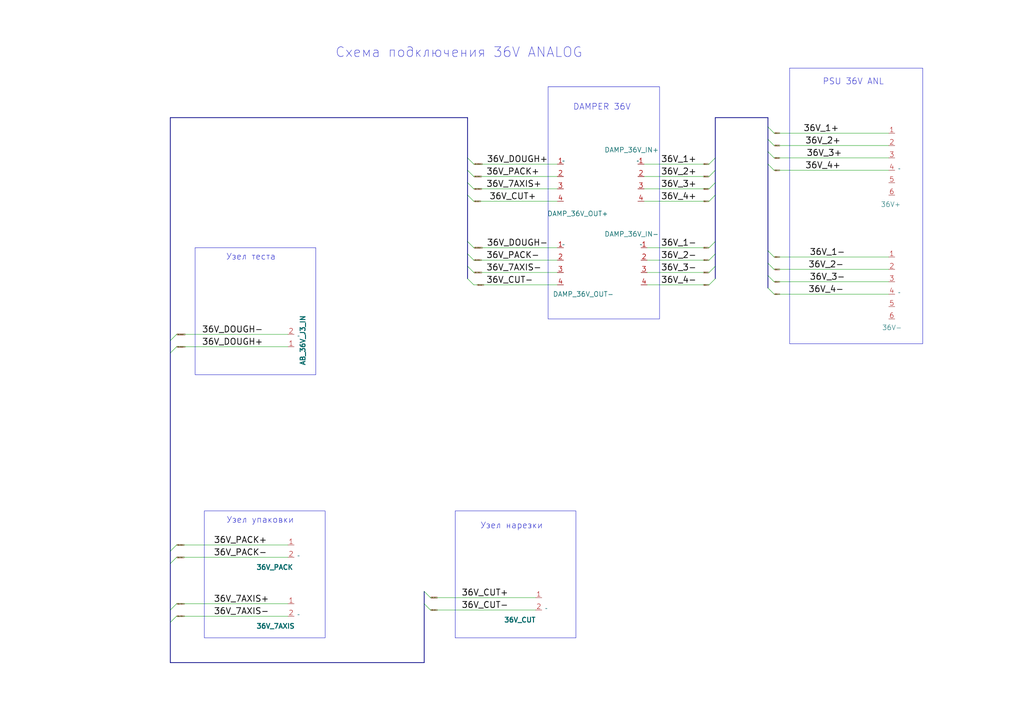
<source format=kicad_sch>
(kicad_sch (version 20231120) (generator "eeschema") (generator_version "8.0")
  (paper "A3")
  (lib_symbols
    (symbol "Connector:Conn_01x02_(wide)"
      (property "Reference" "J" (at 0 0 0))
      (symbol "Conn_01x02_(wide)_1_1"
        (pin input line (at -2.54 -5.08 0) (length 2.54) (name "") (number "1"))
        (pin input line (at -2.54 -10.16 0) (length 2.54) (name "") (number "2"))
      )
    )
    (symbol "Connector:Conn_01x04_(wide)"
      (property "Reference" "J" (at 0 0 0))
      (symbol "Conn_01x04_(wide)_1_1"
        (pin input line (at -2.54 -5.08 0) (length 2.54) (name "") (number "1"))
        (pin input line (at -2.54 -10.16 0) (length 2.54) (name "") (number "2"))
        (pin input line (at -2.54 -15.24 0) (length 2.54) (name "") (number "3"))
        (pin input line (at -2.54 -20.32 0) (length 2.54) (name "") (number "4"))
      )
    )
    (symbol "Connector:Conn_01x06_(wide)"
      (property "Reference" "J" (at 0 0 0))
      (symbol "Conn_01x06_(wide)_1_1"
        (pin input line (at -2.54 -5.08 0) (length 2.54) (name "") (number "1"))
        (pin input line (at -2.54 -10.16 0) (length 2.54) (name "") (number "2"))
        (pin input line (at -2.54 -15.24 0) (length 2.54) (name "") (number "3"))
        (pin input line (at -2.54 -20.32 0) (length 2.54) (name "") (number "4"))
        (pin input line (at -2.54 -25.4 0) (length 2.54) (name "") (number "5"))
        (pin input line (at -2.54 -30.48 0) (length 2.54) (name "") (number "6"))
      )
    )
  )
  (bus_entry (at 314.96 67.31) (size 2.54 2.54))
  (bus_entry (at 293.37 114.3) (size -2.54 2.54))
  (bus_entry (at 293.37 69.85) (size -2.54 2.54))
  (bus_entry (at 69.85 139.7) (size 2.54 -2.54))
  (bus_entry (at 314.96 57.15) (size 2.54 2.54))
  (bus_entry (at 293.37 64.77) (size -2.54 2.54))
  (bus_entry (at 173.99 242.57) (size 2.54 2.54))
  (bus_entry (at 293.37 99.06) (size -2.54 2.54))
  (bus_entry (at 293.37 74.93) (size -2.54 2.54))
  (bus_entry (at 314.96 102.87) (size 2.54 2.54))
  (bus_entry (at 173.99 247.65) (size 2.54 2.54))
  (bus_entry (at 69.85 250.19) (size 2.54 -2.54))
  (bus_entry (at 191.77 114.3) (size 2.54 2.54))
  (bus_entry (at 191.77 74.93) (size 2.54 2.54))
  (bus_entry (at 191.77 99.06) (size 2.54 2.54))
  (bus_entry (at 191.77 69.85) (size 2.54 2.54))
  (bus_entry (at 314.96 118.11) (size 2.54 2.54))
  (bus_entry (at 293.37 109.22) (size -2.54 2.54))
  (bus_entry (at 191.77 104.14) (size 2.54 2.54))
  (bus_entry (at 191.77 64.77) (size 2.54 2.54))
  (bus_entry (at 191.77 80.01) (size 2.54 2.54))
  (bus_entry (at 69.85 144.78) (size 2.54 -2.54))
  (bus_entry (at 69.85 231.14) (size 2.54 -2.54))
  (bus_entry (at 314.96 62.23) (size 2.54 2.54))
  (bus_entry (at 293.37 80.01) (size -2.54 2.54))
  (bus_entry (at 69.85 226.06) (size 2.54 -2.54))
  (bus_entry (at 69.85 255.27) (size 2.54 -2.54))
  (bus_entry (at 293.37 104.14) (size -2.54 2.54))
  (bus_entry (at 191.77 109.22) (size 2.54 2.54))
  (bus_entry (at 314.96 52.07) (size 2.54 2.54))
  (bus_entry (at 314.96 107.95) (size 2.54 2.54))
  (bus_entry (at 314.96 113.03) (size 2.54 2.54))
  (wire (pts (xy 317.5 115.57) (xy 364.49 115.57)))
  (bus (pts (xy 69.85 144.78) (xy 69.85 139.7)))
  (bus (pts (xy 314.96 62.23) (xy 314.96 67.31)))
  (bus (pts (xy 191.77 64.77) (xy 191.77 69.85)))
  (bus (pts (xy 69.85 271.78) (xy 69.85 255.27)))
  (bus (pts (xy 293.37 48.26) (xy 314.96 48.26)))
  (bus (pts (xy 69.85 250.19) (xy 69.85 255.27)))
  (wire (pts (xy 264.16 67.31) (xy 290.83 67.31)))
  (bus (pts (xy 173.99 247.65) (xy 173.99 271.78)))
  (bus (pts (xy 293.37 99.06) (xy 293.37 104.14)))
  (bus (pts (xy 191.77 104.14) (xy 191.77 109.22)))
  (bus (pts (xy 314.96 52.07) (xy 314.96 57.15)))
  (wire (pts (xy 317.5 120.65) (xy 364.49 120.65)))
  (bus (pts (xy 293.37 64.77) (xy 293.37 69.85)))
  (bus (pts (xy 191.77 109.22) (xy 191.77 114.3)))
  (wire (pts (xy 265.43 116.84) (xy 290.83 116.84)))
  (wire (pts (xy 194.31 116.84) (xy 228.6 116.84)))
  (wire (pts (xy 176.53 250.19) (xy 219.71 250.19)))
  (wire (pts (xy 194.31 77.47) (xy 228.6 77.47)))
  (bus (pts (xy 293.37 69.85) (xy 293.37 74.93)))
  (wire (pts (xy 72.39 223.52) (xy 118.11 223.52)))
  (bus (pts (xy 293.37 74.93) (xy 293.37 80.01)))
  (bus (pts (xy 314.96 48.26) (xy 314.96 52.07)))
  (bus (pts (xy 191.77 69.85) (xy 191.77 74.93)))
  (bus (pts (xy 293.37 80.01) (xy 293.37 99.06)))
  (bus (pts (xy 173.99 242.57) (xy 173.99 247.65)))
  (bus (pts (xy 69.85 226.06) (xy 69.85 231.14)))
  (wire (pts (xy 72.39 142.24) (xy 118.11 142.24)))
  (wire (pts (xy 265.43 111.76) (xy 290.83 111.76)))
  (wire (pts (xy 265.43 106.68) (xy 290.83 106.68)))
  (bus (pts (xy 69.85 48.26) (xy 191.77 48.26)))
  (wire (pts (xy 194.31 82.55) (xy 228.6 82.55)))
  (wire (pts (xy 194.31 101.6) (xy 228.6 101.6)))
  (bus (pts (xy 293.37 104.14) (xy 293.37 109.22)))
  (wire (pts (xy 317.5 110.49) (xy 364.49 110.49)))
  (bus (pts (xy 314.96 113.03) (xy 314.96 118.11)))
  (wire (pts (xy 317.5 64.77) (xy 364.49 64.77)))
  (bus (pts (xy 191.77 48.26) (xy 191.77 64.77)))
  (wire (pts (xy 264.16 82.55) (xy 290.83 82.55)))
  (wire (pts (xy 176.53 245.11) (xy 219.71 245.11)))
  (bus (pts (xy 191.77 99.06) (xy 191.77 104.14)))
  (wire (pts (xy 317.5 54.61) (xy 364.49 54.61)))
  (bus (pts (xy 69.85 226.06) (xy 69.85 144.78)))
  (wire (pts (xy 264.16 77.47) (xy 290.83 77.47)))
  (wire (pts (xy 317.5 59.69) (xy 364.49 59.69)))
  (bus (pts (xy 314.96 57.15) (xy 314.96 62.23)))
  (wire (pts (xy 194.31 106.68) (xy 228.6 106.68)))
  (bus (pts (xy 191.77 80.01) (xy 191.77 99.06)))
  (bus (pts (xy 69.85 250.19) (xy 69.85 231.14)))
  (bus (pts (xy 293.37 109.22) (xy 293.37 114.3)))
  (bus (pts (xy 69.85 139.7) (xy 69.85 48.26)))
  (bus (pts (xy 314.96 102.87) (xy 314.96 107.95)))
  (bus (pts (xy 191.77 74.93) (xy 191.77 80.01)))
  (wire (pts (xy 317.5 69.85) (xy 364.49 69.85)))
  (bus (pts (xy 314.96 107.95) (xy 314.96 113.03)))
  (wire (pts (xy 72.39 228.6) (xy 118.11 228.6)))
  (wire (pts (xy 265.43 101.6) (xy 290.83 101.6)))
  (wire (pts (xy 194.31 72.39) (xy 228.6 72.39)))
  (wire (pts (xy 194.31 67.31) (xy 228.6 67.31)))
  (wire (pts (xy 72.39 137.16) (xy 118.11 137.16)))
  (bus (pts (xy 314.96 67.31) (xy 314.96 102.87)))
  (bus (pts (xy 293.37 64.77) (xy 293.37 48.26)))
  (wire (pts (xy 72.39 252.73) (xy 118.11 252.73)))
  (bus (pts (xy 173.99 271.78) (xy 69.85 271.78)))
  (wire (pts (xy 194.31 111.76) (xy 228.6 111.76)))
  (wire (pts (xy 72.39 247.65) (xy 118.11 247.65)))
  (wire (pts (xy 264.16 72.39) (xy 290.83 72.39)))
  (wire (pts (xy 317.5 105.41) (xy 364.49 105.41)))
  (rectangle (start 83.82 209.55) (end 133.35 261.62))
  (rectangle (start 224.79 35.56) (end 270.51 130.81))
  (rectangle (start 186.69 209.55) (end 236.22 261.62))
  (rectangle (start 80.01 101.6) (end 129.54 153.67))
  (rectangle (start 323.85 27.94) (end 378.46 140.97))
  (text "PSU 36V ANL" (at 350.012 33.528 0) (effects (font (size 2.5 2.5))))
  (text "Схема подключения 36V ANALOG" (at 188.214 21.59 0) (effects (font (size 4 4))))
  (text "Узел упаковки" (at 106.68 213.36 0) (effects (font (size 2.5 2.5))))
  (text "Узел нарезки" (at 209.804 215.646 0) (effects (font (size 2.5 2.5))))
  (text "DAMPER 36V" (at 246.888 43.942 0) (effects (font (size 2.5 2.5))))
  (text "Узел теста" (at 102.87 105.41 0) (effects (font (size 2.5 2.5))))
  (label "36V_DOUGH-" (at 107.95 137.16 180) (effects (font (size 2.5 2.5) (thickness 0.3125))))
  (label "36V_CUT+" (at 200.66 82.55 0) (effects (font (size 2.5 2.5) (thickness 0.3125))))
  (label "36V_3+" (at 285.75 77.47 180) (effects (font (size 2.5 2.5) (thickness 0.3125))))
  (label "36V_DOUGH+" (at 107.95 142.24 180) (effects (font (size 2.5 2.5) (thickness 0.3125))))
  (label "36V_3+" (at 345.44 64.77 180) (effects (font (size 2.5 2.5) (thickness 0.3125))))
  (label "36V_1-" (at 285.75 101.6 180) (effects (font (size 2.5 2.5) (thickness 0.3125))))
  (label "36V_DOUGH+" (at 224.79 67.31 180) (effects (font (size 2.5 2.5) (thickness 0.3125))))
  (label "36V_3-" (at 346.71 115.57 180) (effects (font (size 2.5 2.5) (thickness 0.3125))))
  (label "36V_CUT-" (at 189.23 250.19 0) (effects (font (size 2.5 2.5) (thickness 0.3125))))
  (label "36V_1-" (at 346.71 105.41 180) (effects (font (size 2.5 2.5) (thickness 0.3125))))
  (label "36V_PACK-" (at 87.63 228.6 0) (effects (font (size 2.5 2.5) (thickness 0.3125))))
  (label "36V_1+" (at 344.17 54.61 180) (effects (font (size 2.5 2.5) (thickness 0.3125))))
  (label "36V_7AXIS-" (at 87.63 252.73 0) (effects (font (size 2.5 2.5) (thickness 0.3125))))
  (label "36V_3-" (at 285.75 111.76 180) (effects (font (size 2.5 2.5) (thickness 0.3125))))
  (label "36V_4-" (at 285.75 116.84 180) (effects (font (size 2.5 2.5) (thickness 0.3125))))
  (label "36V_2-" (at 331.47 110.49 0) (effects (font (size 2.5 2.5) (thickness 0.3125))))
  (label "36V_PACK+" (at 199.39 72.39 0) (effects (font (size 2.5 2.5) (thickness 0.3125))))
  (label "36V_4+" (at 330.2 69.85 0) (effects (font (size 2.5 2.5) (thickness 0.3125))))
  (label "36V_1+" (at 285.75 67.31 180) (effects (font (size 2.5 2.5) (thickness 0.3125))))
  (label "36V_7AXIS+" (at 199.39 77.47 0) (effects (font (size 2.5 2.5) (thickness 0.3125))))
  (label "36V_PACK-" (at 199.39 106.68 0) (effects (font (size 2.5 2.5) (thickness 0.3125))))
  (label "36V_2-" (at 285.75 106.68 180) (effects (font (size 2.5 2.5) (thickness 0.3125))))
  (label "36V_2+" (at 285.75 72.39 180) (effects (font (size 2.5 2.5) (thickness 0.3125))))
  (label "36V_4-" (at 331.47 120.65 0) (effects (font (size 2.5 2.5) (thickness 0.3125))))
  (label "36V_PACK+" (at 87.63 223.52 0) (effects (font (size 2.5 2.5) (thickness 0.3125))))
  (label "36V_7AXIS-" (at 199.39 111.76 0) (effects (font (size 2.5 2.5) (thickness 0.3125))))
  (label "36V_4+" (at 285.75 82.55 180) (effects (font (size 2.5 2.5) (thickness 0.3125))))
  (label "36V_DOUGH-" (at 224.79 101.6 180) (effects (font (size 2.5 2.5) (thickness 0.3125))))
  (label "36V_7AXIS+" (at 87.63 247.65 0) (effects (font (size 2.5 2.5) (thickness 0.3125))))
  (label "36V_CUT-" (at 199.39 116.84 0) (effects (font (size 2.5 2.5) (thickness 0.3125))))
  (label "36V_2+" (at 330.2 59.69 0) (effects (font (size 2.5 2.5) (thickness 0.3125))))
  (label "36V_CUT+" (at 189.23 245.11 0) (effects (font (size 2.5 2.5) (thickness 0.3125))))
  (global_label "36V_PACK-" (shape input) (at 194.31 106.68 0) (effects (font (size 0.3 0.3))) (property "Intersheetrefs" "${INTERSHEET_REFS}" (effects (hide yes))))
  (global_label "36V_4+" (shape input) (at 290.83 82.55 180) (effects (font (size 0.3 0.3))) (property "Intersheetrefs" "${INTERSHEET_REFS}" (effects (hide yes))))
  (global_label "36V_7ASIX-" (shape input) (at 72.39 252.73 0) (effects (font (size 0.3 0.3))) (property "Intersheetrefs" "${INTERSHEET_REFS}" (effects (hide yes))))
  (global_label "36V_CUT+" (shape input) (at 176.53 245.11 0) (effects (font (size 0.3 0.3))) (property "Intersheetrefs" "${INTERSHEET_REFS}" (effects (hide yes))))
  (global_label "36V_4-" (shape input) (at 290.83 116.84 180) (effects (font (size 0.3 0.3))) (property "Intersheetrefs" "${INTERSHEET_REFS}" (effects (hide yes))))
  (global_label "36V_CUT-" (shape input) (at 195.58 116.84 0) (effects (font (size 0.3 0.3))) (property "Intersheetrefs" "${INTERSHEET_REFS}" (effects (hide yes))))
  (global_label "36V_DOUGH+" (shape input) (at 194.31 67.31 0) (effects (font (size 0.3 0.3))) (property "Intersheetrefs" "${INTERSHEET_REFS}" (effects (hide yes))))
  (global_label "36V_7ASIX+" (shape input) (at 72.39 247.65 0) (effects (font (size 0.3 0.3))) (property "Intersheetrefs" "${INTERSHEET_REFS}" (effects (hide yes))))
  (global_label "36V_2+" (shape input) (at 290.83 72.39 180) (effects (font (size 0.3 0.3))) (property "Intersheetrefs" "${INTERSHEET_REFS}" (effects (hide yes))))
  (global_label "36V_PACK+" (shape input) (at 194.31 72.39 0) (effects (font (size 0.3 0.3))) (property "Intersheetrefs" "${INTERSHEET_REFS}" (effects (hide yes))))
  (global_label "36V_1-" (shape input) (at 290.83 101.6 180) (effects (font (size 0.3 0.3))) (property "Intersheetrefs" "${INTERSHEET_REFS}" (effects (hide yes))))
  (global_label "36V_PACK+" (shape input) (at 72.39 223.52 0) (effects (font (size 0.3 0.3))) (property "Intersheetrefs" "${INTERSHEET_REFS}" (effects (hide yes))))
  (global_label "36V_4+" (shape input) (at 317.5 69.85 0) (effects (font (size 0.3 0.3))) (property "Intersheetrefs" "${INTERSHEET_REFS}" (effects (hide yes))))
  (global_label "36V_CUT-" (shape input) (at 176.53 250.19 0) (effects (font (size 0.3 0.3))) (property "Intersheetrefs" "${INTERSHEET_REFS}" (effects (hide yes))))
  (global_label "36V_2-" (shape input) (at 317.5 110.49 0) (effects (font (size 0.3 0.3))) (property "Intersheetrefs" "${INTERSHEET_REFS}" (effects (hide yes))))
  (global_label "36V_DOUGH+" (shape input) (at 72.39 142.24 0) (effects (font (size 0.3 0.3))) (property "Intersheetrefs" "${INTERSHEET_REFS}" (effects (hide yes))))
  (global_label "36V_4-" (shape input) (at 317.5 120.65 0) (effects (font (size 0.3 0.3))) (property "Intersheetrefs" "${INTERSHEET_REFS}" (effects (hide yes))))
  (global_label "36V_3-" (shape input) (at 317.5 115.57 0) (effects (font (size 0.3 0.3))) (property "Intersheetrefs" "${INTERSHEET_REFS}" (effects (hide yes))))
  (global_label "36V_3+" (shape input) (at 290.83 77.47 180) (effects (font (size 0.3 0.3))) (property "Intersheetrefs" "${INTERSHEET_REFS}" (effects (hide yes))))
  (global_label "36V_7ASIX+" (shape input) (at 194.31 77.47 0) (effects (font (size 0.3 0.3))) (property "Intersheetrefs" "${INTERSHEET_REFS}" (effects (hide yes))))
  (global_label "36V_DOUGH-" (shape input) (at 194.31 101.6 0) (effects (font (size 0.3 0.3))) (property "Intersheetrefs" "${INTERSHEET_REFS}" (effects (hide yes))))
  (global_label "36V_3-" (shape input) (at 290.83 111.76 180) (effects (font (size 0.3 0.3))) (property "Intersheetrefs" "${INTERSHEET_REFS}" (effects (hide yes))))
  (global_label "36V_1-" (shape input) (at 317.5 105.41 0) (effects (font (size 0.3 0.3))) (property "Intersheetrefs" "${INTERSHEET_REFS}" (effects (hide yes))))
  (global_label "36V_7ASIX-" (shape input) (at 194.31 111.76 0) (effects (font (size 0.3 0.3))) (property "Intersheetrefs" "${INTERSHEET_REFS}" (effects (hide yes))))
  (global_label "36V_1+" (shape input) (at 317.5 54.61 0) (effects (font (size 0.3 0.3))) (property "Intersheetrefs" "${INTERSHEET_REFS}" (effects (hide yes))))
  (global_label "36V_CUT+" (shape input) (at 194.31 82.55 0) (effects (font (size 0.3 0.3))) (property "Intersheetrefs" "${INTERSHEET_REFS}" (effects (hide yes))))
  (global_label "36V_2-" (shape input) (at 290.83 106.68 180) (effects (font (size 0.3 0.3))) (property "Intersheetrefs" "${INTERSHEET_REFS}" (effects (hide yes))))
  (global_label "36V_PACK-" (shape input) (at 72.39 228.6 0) (effects (font (size 0.3 0.3))) (property "Intersheetrefs" "${INTERSHEET_REFS}" (effects (hide yes))))
  (global_label "36V_1+" (shape input) (at 290.83 67.31 180) (effects (font (size 0.3 0.3))) (property "Intersheetrefs" "${INTERSHEET_REFS}" (effects (hide yes))))
  (global_label "36V_DOUGH-" (shape input) (at 72.39 137.16 0) (effects (font (size 0.3 0.3))) (property "Intersheetrefs" "${INTERSHEET_REFS}" (effects (hide yes))))
  (global_label "36V_3+" (shape input) (at 317.5 64.77 0) (effects (font (size 0.3 0.3))) (property "Intersheetrefs" "${INTERSHEET_REFS}" (effects (hide yes))))
  (global_label "36V_2+" (shape input) (at 317.5 59.69 0) (effects (font (size 0.3 0.3))) (property "Intersheetrefs" "${INTERSHEET_REFS}" (effects (hide yes))))
  (symbol (lib_id "Connector:Conn_01x02_(wide)") (at 222.25 240.03 0) (unit 1)
    (property "Reference" "36V_CUT" (at 206.502 254.254 0) (effects (font (size 2 2) (thickness 0.4) (bold yes)) (justify left)))
    (property "Value" "~" (at 223.52 249.555 0) (effects (justify left)))
  )
  (symbol (lib_id "Connector:Conn_01x06_(wide)") (at 367.03 100.33 0) (unit 1)
    (property "Reference" "36V-" (at 361.696 134.366 0) (effects (font (size 2 2)) (justify left)))
    (property "Value" "~" (at 368.3 120.015 0) (effects (justify left)))
  )
  (symbol (lib_id "Connector:Conn_01x04_(wide)") (at 262.89 96.52 0) (mirror y) (unit 1)
    (property "Reference" "DAMP_36V_IN-" (at 259.08 96.012 0) (effects (font (size 2 2))))
    (property "Value" "~" (at 262.89 100.33 0))
  )
  (symbol (lib_id "Connector:Conn_01x04_(wide)") (at 231.14 96.52 0) (unit 1)
    (property "Reference" "DAMP_36V_OUT-" (at 239.268 120.65 0) (effects (font (size 2 2))))
    (property "Value" "~" (at 231.14 100.33 0))
  )
  (symbol (lib_id "Connector:Conn_01x02_(wide)") (at 120.65 242.57 0) (unit 1)
    (property "Reference" "36V_7AXIS" (at 104.902 256.794 0) (effects (font (size 2 2) (thickness 0.4) (bold yes)) (justify left)))
    (property "Value" "~" (at 121.92 252.095 0) (effects (justify left)))
  )
  (symbol (lib_id "Connector:Conn_01x04_(wide)") (at 261.62 62.23 0) (mirror y) (unit 1)
    (property "Reference" "DAMP_36V_IN+" (at 259.08 61.468 0) (effects (font (size 2 2))))
    (property "Value" "~" (at 261.62 66.04 0))
  )
  (symbol (lib_id "Connector:Conn_01x06_(wide)") (at 367.03 49.53 0) (unit 1)
    (property "Reference" "36V+" (at 361.188 83.82 0) (effects (font (size 2 2)) (justify left)))
    (property "Value" "~" (at 368.3 69.215 0) (effects (justify left)))
  )
  (symbol (lib_id "Connector:Conn_01x02_(wide)") (at 120.65 218.44 0) (unit 1)
    (property "Reference" "36V_PACK" (at 104.902 232.664 0) (effects (font (size 2 2) (thickness 0.4) (bold yes)) (justify left)))
    (property "Value" "~" (at 121.92 227.965 0) (effects (justify left)))
  )
  (symbol (lib_id "Connector:Conn_01x02_(wide)") (at 120.65 147.32 0) (mirror x) (unit 1)
    (property "Reference" "AB_36V_J3_IN" (at 124.206 129.032 90) (effects (font (size 2 2) (thickness 0.4) (bold yes)) (justify left)))
    (property "Value" "~" (at 121.92 137.795 0) (effects (justify left)))
  )
  (symbol (lib_id "Connector:Conn_01x04_(wide)") (at 231.14 62.23 0) (unit 1)
    (property "Reference" "DAMP_36V_OUT+" (at 236.982 87.63 0) (effects (font (size 2 2))))
    (property "Value" "~" (at 231.14 66.04 0))
  )
)
</source>
